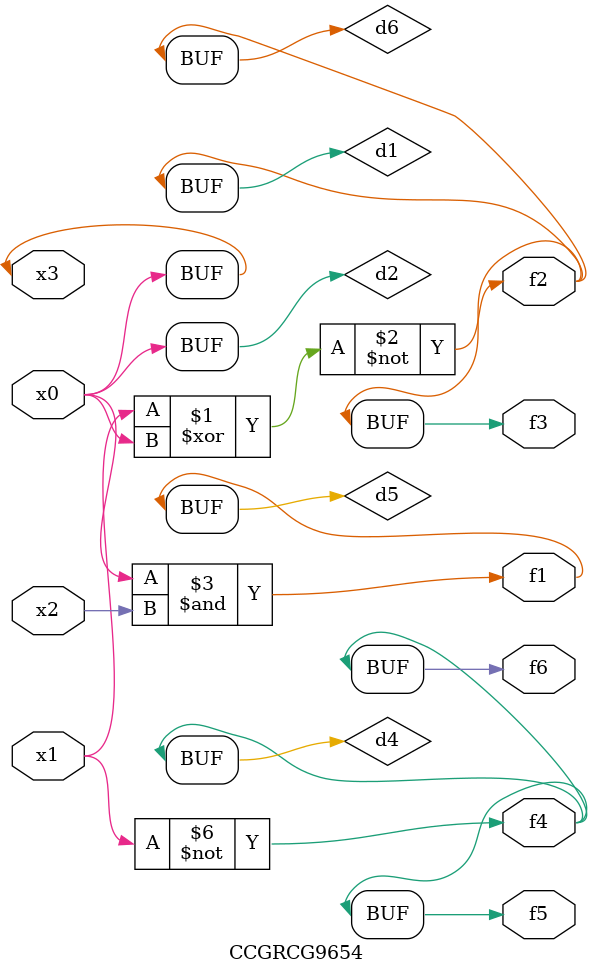
<source format=v>
module CCGRCG9654(
	input x0, x1, x2, x3,
	output f1, f2, f3, f4, f5, f6
);

	wire d1, d2, d3, d4, d5, d6;

	xnor (d1, x1, x3);
	buf (d2, x0, x3);
	nand (d3, x0, x2);
	not (d4, x1);
	nand (d5, d3);
	or (d6, d1);
	assign f1 = d5;
	assign f2 = d6;
	assign f3 = d6;
	assign f4 = d4;
	assign f5 = d4;
	assign f6 = d4;
endmodule

</source>
